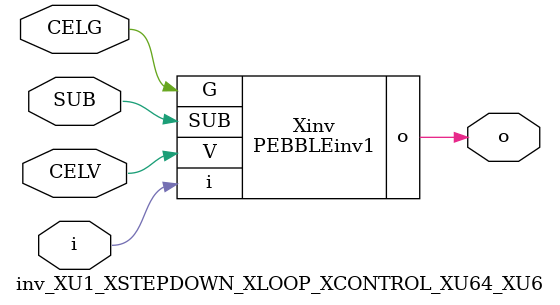
<source format=v>



module PEBBLEinv1 ( o, G, SUB, V, i );

  input V;
  input i;
  input G;
  output o;
  input SUB;
endmodule

//Celera Confidential Do Not Copy inv_XU1_XSTEPDOWN_XLOOP_XCONTROL_XU64_XU6
//Celera Confidential Symbol Generator
//5V Inverter
module inv_XU1_XSTEPDOWN_XLOOP_XCONTROL_XU64_XU6 (CELV,CELG,i,o,SUB);
input CELV;
input CELG;
input i;
input SUB;
output o;

//Celera Confidential Do Not Copy inv
PEBBLEinv1 Xinv(
.V (CELV),
.i (i),
.o (o),
.SUB (SUB),
.G (CELG)
);
//,diesize,PEBBLEinv1

//Celera Confidential Do Not Copy Module End
//Celera Schematic Generator
endmodule

</source>
